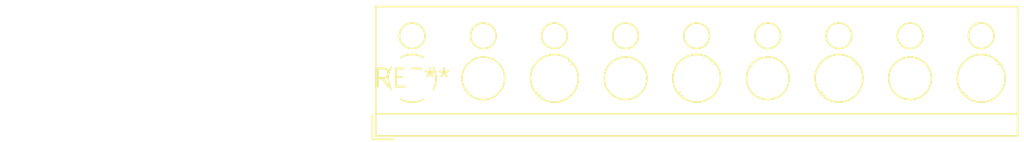
<source format=kicad_pcb>
(kicad_pcb (version 20240108) (generator pcbnew)
  (layers (0 "F.Cu" signal) (31 "B.Cu" signal) (34 "B.Paste" user) (35 "F.Paste" user) (36 "B.SilkS" user "B.Silkscreen") (37 "F.SilkS" user "F.Silkscreen") (38 "B.Mask" user) (39 "F.Mask" user) (44 "Edge.Cuts" user))
  (net 0 "")
  (footprint "TerminalBlock_RND_205-00026_1x05_P10.00mm_Horizontal" (layer "F.Cu") (at 0 0)
    (property "Reference" "REF**")
    (property "Value" "TerminalBlock_RND_205-00026_1x05_P10.00mm_Horizontal")
    (fp_line (start -2.8 2.56) (end -2.8 4.3) (layer "F.SilkS") (stroke (width 0.12)))
    (fp_line (start -2.8 4.3) (end -1.3 4.3) (layer "F.SilkS") (stroke (width 0.12)))
    (fp_line (start -2.56 -5.06) (end -2.56 4.06) (layer "F.SilkS") (stroke (width 0.12)))
    (fp_line (start -2.56 -5.06) (end 42.56 -5.06) (layer "F.SilkS") (stroke (width 0.12)))
    (fp_line (start -2.56 2.5) (end 42.56 2.5) (layer "F.SilkS") (stroke (width 0.12)))
    (fp_line (start -2.56 4.06) (end 42.56 4.06) (layer "F.SilkS") (stroke (width 0.12)))
    (fp_line (start 8.82 0.976) (end 8.726 1.069) (layer "F.SilkS") (stroke (width 0.12)))
    (fp_line (start 8.99 1.216) (end 8.931 1.274) (layer "F.SilkS") (stroke (width 0.12)))
    (fp_line (start 11.07 -1.275) (end 11.011 -1.216) (layer "F.SilkS") (stroke (width 0.12)))
    (fp_line (start 11.275 -1.069) (end 11.181 -0.976) (layer "F.SilkS") (stroke (width 0.12)))
    (fp_line (start 18.82 0.976) (end 18.726 1.069) (layer "F.SilkS") (stroke (width 0.12)))
    (fp_line (start 18.99 1.216) (end 18.931 1.274) (layer "F.SilkS") (stroke (width 0.12)))
    (fp_line (start 21.07 -1.275) (end 21.011 -1.216) (layer "F.SilkS") (stroke (width 0.12)))
    (fp_line (start 21.275 -1.069) (end 21.181 -0.976) (layer "F.SilkS") (stroke (width 0.12)))
    (fp_line (start 28.82 0.976) (end 28.726 1.069) (layer "F.SilkS") (stroke (width 0.12)))
    (fp_line (start 28.99 1.216) (end 28.931 1.274) (layer "F.SilkS") (stroke (width 0.12)))
    (fp_line (start 31.07 -1.275) (end 31.011 -1.216) (layer "F.SilkS") (stroke (width 0.12)))
    (fp_line (start 31.275 -1.069) (end 31.181 -0.976) (layer "F.SilkS") (stroke (width 0.12)))
    (fp_line (start 38.82 0.976) (end 38.726 1.069) (layer "F.SilkS") (stroke (width 0.12)))
    (fp_line (start 38.99 1.216) (end 38.931 1.274) (layer "F.SilkS") (stroke (width 0.12)))
    (fp_line (start 41.07 -1.275) (end 41.011 -1.216) (layer "F.SilkS") (stroke (width 0.12)))
    (fp_line (start 41.275 -1.069) (end 41.181 -0.976) (layer "F.SilkS") (stroke (width 0.12)))
    (fp_line (start 42.56 -5.06) (end 42.56 4.06) (layer "F.SilkS") (stroke (width 0.12)))
    (fp_arc (start -1.483953 0.789089) (mid -1.680708 5e-05) (end -1.484 -0.789) (layer "F.SilkS") (stroke (width 0.12)))
    (fp_arc (start -0.789089 -1.483953) (mid -5e-05 -1.680708) (end 0.789 -1.484) (layer "F.SilkS") (stroke (width 0.12)))
    (fp_arc (start 0.029383 1.68045) (mid -0.392304 1.634281) (end -0.789 1.484) (layer "F.SilkS") (stroke (width 0.12)))
    (fp_arc (start 0.788712 1.483352) (mid 0.406429 1.630097) (end 0 1.68) (layer "F.SilkS") (stroke (width 0.12)))
    (fp_arc (start 1.483953 -0.789089) (mid 1.680708 -5e-05) (end 1.484 0.789) (layer "F.SilkS") (stroke (width 0.12)))
    (fp_circle (center 0 -3) (end 0.9 -3) (layer "F.SilkS") (stroke (width 0.12)) (fill none))
    (fp_circle (center 5 -3) (end 5.9 -3) (layer "F.SilkS") (stroke (width 0.12)) (fill none))
    (fp_circle (center 5 0) (end 6.5 0) (layer "F.SilkS") (stroke (width 0.12)) (fill none))
    (fp_circle (center 10 -3) (end 10.9 -3) (layer "F.SilkS") (stroke (width 0.12)) (fill none))
    (fp_circle (center 10 0) (end 11.68 0) (layer "F.SilkS") (stroke (width 0.12)) (fill none))
    (fp_circle (center 15 -3) (end 15.9 -3) (layer "F.SilkS") (stroke (width 0.12)) (fill none))
    (fp_circle (center 15 0) (end 16.5 0) (layer "F.SilkS") (stroke (width 0.12)) (fill none))
    (fp_circle (center 20 -3) (end 20.9 -3) (layer "F.SilkS") (stroke (width 0.12)) (fill none))
    (fp_circle (center 20 0) (end 21.68 0) (layer "F.SilkS") (stroke (width 0.12)) (fill none))
    (fp_circle (center 25 -3) (end 25.9 -3) (layer "F.SilkS") (stroke (width 0.12)) (fill none))
    (fp_circle (center 25 0) (end 26.5 0) (layer "F.SilkS") (stroke (width 0.12)) (fill none))
    (fp_circle (center 30 -3) (end 30.9 -3) (layer "F.SilkS") (stroke (width 0.12)) (fill none))
    (fp_circle (center 30 0) (end 31.68 0) (layer "F.SilkS") (stroke (width 0.12)) (fill none))
    (fp_circle (center 35 -3) (end 35.9 -3) (layer "F.SilkS") (stroke (width 0.12)) (fill none))
    (fp_circle (center 35 0) (end 36.5 0) (layer "F.SilkS") (stroke (width 0.12)) (fill none))
    (fp_circle (center 40 -3) (end 40.9 -3) (layer "F.SilkS") (stroke (width 0.12)) (fill none))
    (fp_circle (center 40 0) (end 41.68 0) (layer "F.SilkS") (stroke (width 0.12)) (fill none))
    (pad "1" thru_hole rect (at 0 0) (size 2.5 2.5) (drill 1.3) (layers *.Cu *.Mask) (remove_unused_layers))
    (pad "2" thru_hole circle (at 10 0) (size 2.5 2.5) (drill 1.3) (layers *.Cu *.Mask) (remove_unused_layers))
    (pad "3" thru_hole circle (at 20 0) (size 2.5 2.5) (drill 1.3) (layers *.Cu *.Mask) (remove_unused_layers))
    (pad "4" thru_hole circle (at 30 0) (size 2.5 2.5) (drill 1.3) (layers *.Cu *.Mask) (remove_unused_layers))
    (pad "5" thru_hole circle (at 40 0) (size 2.5 2.5) (drill 1.3) (layers *.Cu *.Mask) (remove_unused_layers))
  )
)
</source>
